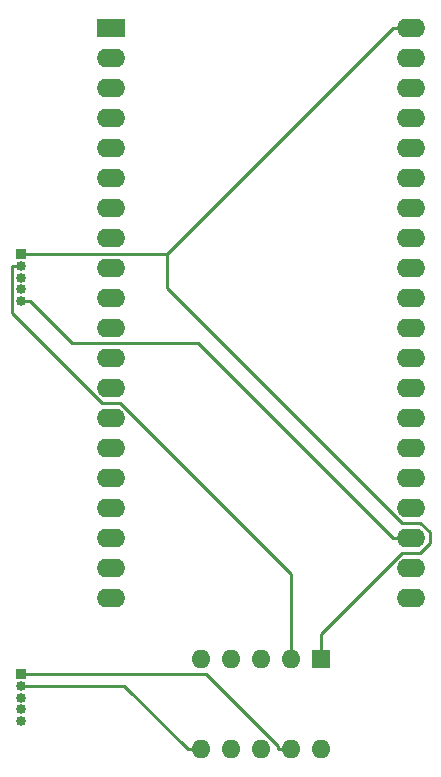
<source format=gbr>
%TF.GenerationSoftware,KiCad,Pcbnew,6.0.11+dfsg-1*%
%TF.CreationDate,2024-04-24T13:50:53-06:00*%
%TF.ProjectId,kicad-project-2,6b696361-642d-4707-926f-6a6563742d32,rev?*%
%TF.SameCoordinates,Original*%
%TF.FileFunction,Copper,L2,Bot*%
%TF.FilePolarity,Positive*%
%FSLAX46Y46*%
G04 Gerber Fmt 4.6, Leading zero omitted, Abs format (unit mm)*
G04 Created by KiCad (PCBNEW 6.0.11+dfsg-1) date 2024-04-24 13:50:53*
%MOMM*%
%LPD*%
G01*
G04 APERTURE LIST*
%TA.AperFunction,ComponentPad*%
%ADD10R,2.400000X1.600000*%
%TD*%
%TA.AperFunction,ComponentPad*%
%ADD11O,2.400000X1.600000*%
%TD*%
%TA.AperFunction,ComponentPad*%
%ADD12R,0.850000X0.850000*%
%TD*%
%TA.AperFunction,ComponentPad*%
%ADD13O,0.850000X0.850000*%
%TD*%
%TA.AperFunction,ComponentPad*%
%ADD14R,1.600000X1.600000*%
%TD*%
%TA.AperFunction,ComponentPad*%
%ADD15O,1.600000X1.600000*%
%TD*%
%TA.AperFunction,Conductor*%
%ADD16C,0.250000*%
%TD*%
G04 APERTURE END LIST*
D10*
%TO.P,U1,1,GPIO0*%
%TO.N,unconnected-(U1-Pad1)*%
X106690000Y-57070000D03*
D11*
%TO.P,U1,2,GPIO1*%
%TO.N,unconnected-(U1-Pad2)*%
X106690000Y-59610000D03*
%TO.P,U1,3,GND*%
%TO.N,unconnected-(U1-Pad3)*%
X106690000Y-62150000D03*
%TO.P,U1,4,GPIO2*%
%TO.N,unconnected-(U1-Pad4)*%
X106690000Y-64690000D03*
%TO.P,U1,5,GPIO3*%
%TO.N,unconnected-(U1-Pad5)*%
X106690000Y-67230000D03*
%TO.P,U1,6,GPIO4*%
%TO.N,Net-(U1-Pad6)*%
X106690000Y-69770000D03*
%TO.P,U1,7,GPIO5*%
%TO.N,unconnected-(U1-Pad7)*%
X106690000Y-72310000D03*
%TO.P,U1,8,GND*%
%TO.N,unconnected-(U1-Pad8)*%
X106690000Y-74850000D03*
%TO.P,U1,9,GPIO6*%
%TO.N,unconnected-(U1-Pad9)*%
X106690000Y-77390000D03*
%TO.P,U1,10,GPIO7*%
%TO.N,Net-(U1-Pad10)*%
X106690000Y-79930000D03*
%TO.P,U1,11,GPIO8*%
%TO.N,unconnected-(U1-Pad11)*%
X106690000Y-82470000D03*
%TO.P,U1,12,GPIO9*%
%TO.N,unconnected-(U1-Pad12)*%
X106690000Y-85010000D03*
%TO.P,U1,13,GND*%
%TO.N,unconnected-(U1-Pad13)*%
X106690000Y-87550000D03*
%TO.P,U1,14,GPIO10*%
%TO.N,unconnected-(U1-Pad14)*%
X106690000Y-90090000D03*
%TO.P,U1,15,GPIO11*%
%TO.N,unconnected-(U1-Pad15)*%
X106690000Y-92630000D03*
%TO.P,U1,16,GPIO12*%
%TO.N,unconnected-(U1-Pad16)*%
X106690000Y-95170000D03*
%TO.P,U1,17,GPIO13*%
%TO.N,unconnected-(U1-Pad17)*%
X106690000Y-97710000D03*
%TO.P,U1,18,GND*%
%TO.N,Net-(J3-Pad3)*%
X106690000Y-100250000D03*
%TO.P,U1,19,GPIO14*%
%TO.N,unconnected-(U1-Pad19)*%
X106690000Y-102790000D03*
%TO.P,U1,20,GPIO15*%
%TO.N,unconnected-(U1-Pad20)*%
X106690000Y-105330000D03*
%TO.P,U1,21,GPIO16*%
%TO.N,unconnected-(U1-Pad21)*%
X132090000Y-105330000D03*
%TO.P,U1,22,GPIO17*%
%TO.N,unconnected-(U1-Pad22)*%
X132090000Y-102790000D03*
%TO.P,U1,23,GND*%
%TO.N,Net-(J2-Pad5)*%
X132090000Y-100250000D03*
%TO.P,U1,24,GPIO18*%
%TO.N,unconnected-(U1-Pad24)*%
X132090000Y-97710000D03*
%TO.P,U1,25,GPIO19*%
%TO.N,unconnected-(U1-Pad25)*%
X132090000Y-95170000D03*
%TO.P,U1,26,GPIO20*%
%TO.N,unconnected-(U1-Pad26)*%
X132090000Y-92630000D03*
%TO.P,U1,27,GPIO21*%
%TO.N,unconnected-(U1-Pad27)*%
X132090000Y-90090000D03*
%TO.P,U1,28,GND*%
%TO.N,unconnected-(U1-Pad28)*%
X132090000Y-87550000D03*
%TO.P,U1,29,GPIO22*%
%TO.N,unconnected-(U1-Pad29)*%
X132090000Y-85010000D03*
%TO.P,U1,30,RUN*%
%TO.N,unconnected-(U1-Pad30)*%
X132090000Y-82470000D03*
%TO.P,U1,31,GPIO26_ADC0*%
%TO.N,unconnected-(U1-Pad31)*%
X132090000Y-79930000D03*
%TO.P,U1,32,GPIO27_ADC1*%
%TO.N,unconnected-(U1-Pad32)*%
X132090000Y-77390000D03*
%TO.P,U1,33,AGND*%
%TO.N,unconnected-(U1-Pad33)*%
X132090000Y-74850000D03*
%TO.P,U1,34,GPIO28_ADC2*%
%TO.N,unconnected-(U1-Pad34)*%
X132090000Y-72310000D03*
%TO.P,U1,35,ADC_VREF*%
%TO.N,unconnected-(U1-Pad35)*%
X132090000Y-69770000D03*
%TO.P,U1,36,3V3*%
%TO.N,Net-(U1-Pad36)*%
X132090000Y-67230000D03*
%TO.P,U1,37,3V3_EN*%
%TO.N,unconnected-(U1-Pad37)*%
X132090000Y-64690000D03*
%TO.P,U1,38,GND*%
%TO.N,unconnected-(U1-Pad38)*%
X132090000Y-62150000D03*
%TO.P,U1,39,VSYS*%
%TO.N,unconnected-(U1-Pad39)*%
X132090000Y-59610000D03*
%TO.P,U1,40,VBUS*%
%TO.N,Net-(J2-Pad1)*%
X132090000Y-57070000D03*
%TD*%
D12*
%TO.P,J2,1,Pin_1*%
%TO.N,Net-(J2-Pad1)*%
X99060000Y-76200000D03*
D13*
%TO.P,J2,2,Pin_2*%
%TO.N,Net-(J2-Pad2)*%
X99060000Y-77200000D03*
%TO.P,J2,3,Pin_3*%
%TO.N,Net-(J2-Pad3)*%
X99060000Y-78200000D03*
%TO.P,J2,4,Pin_4*%
%TO.N,unconnected-(J2-Pad4)*%
X99060000Y-79200000D03*
%TO.P,J2,5,Pin_5*%
%TO.N,Net-(J2-Pad5)*%
X99060000Y-80200000D03*
%TD*%
D12*
%TO.P,J3,1,Pin_1*%
%TO.N,Net-(U1-Pad6)*%
X99060000Y-111760000D03*
D13*
%TO.P,J3,2,Pin_2*%
%TO.N,Net-(U1-Pad10)*%
X99060000Y-112760000D03*
%TO.P,J3,3,Pin_3*%
%TO.N,Net-(J3-Pad3)*%
X99060000Y-113760000D03*
%TO.P,J3,4,Pin_4*%
%TO.N,unconnected-(J3-Pad4)*%
X99060000Y-114760000D03*
%TO.P,J3,5,Pin_5*%
%TO.N,unconnected-(J3-Pad5)*%
X99060000Y-115760000D03*
%TD*%
D14*
%TO.P,U2,1,HV*%
%TO.N,Net-(J2-Pad1)*%
X124455000Y-110500000D03*
D15*
%TO.P,U2,2,H1*%
%TO.N,Net-(J2-Pad2)*%
X121915000Y-110500000D03*
%TO.P,U2,3,H2*%
%TO.N,unconnected-(U2-Pad3)*%
X119375000Y-110500000D03*
%TO.P,U2,4,H3*%
%TO.N,unconnected-(U2-Pad4)*%
X116835000Y-110500000D03*
%TO.P,U2,5,H4*%
%TO.N,Net-(J2-Pad3)*%
X114295000Y-110500000D03*
%TO.P,U2,6,L4*%
%TO.N,Net-(U1-Pad10)*%
X114295000Y-118120000D03*
%TO.P,U2,7,L3*%
%TO.N,unconnected-(U2-Pad7)*%
X116835000Y-118120000D03*
%TO.P,U2,8,L2*%
%TO.N,unconnected-(U2-Pad8)*%
X119375000Y-118120000D03*
%TO.P,U2,9,L1*%
%TO.N,Net-(U1-Pad6)*%
X121915000Y-118120000D03*
%TO.P,U2,10,LV*%
%TO.N,Net-(U1-Pad36)*%
X124455000Y-118120000D03*
%TD*%
D16*
%TO.N,Net-(U1-Pad10)*%
X113168000Y-118120000D02*
X114295000Y-118120000D01*
X107808000Y-112760000D02*
X113168000Y-118120000D01*
X99060000Y-112760000D02*
X107808000Y-112760000D01*
%TO.N,Net-(U1-Pad6)*%
X114710000Y-111760000D02*
X99060000Y-111760000D01*
X120788000Y-117838000D02*
X114710000Y-111760000D01*
X120788000Y-118120000D02*
X120788000Y-117838000D01*
X121915000Y-118120000D02*
X120788000Y-118120000D01*
%TO.N,Net-(J2-Pad5)*%
X99811900Y-80200000D02*
X99060000Y-80200000D01*
X103352000Y-83740000D02*
X99811900Y-80200000D01*
X114053000Y-83740000D02*
X103352000Y-83740000D01*
X130563000Y-100250000D02*
X114053000Y-83740000D01*
X132090000Y-100250000D02*
X130563000Y-100250000D01*
%TO.N,Net-(J2-Pad2)*%
X121915000Y-103320000D02*
X121915000Y-110500000D01*
X107415000Y-88820000D02*
X121915000Y-103320000D01*
X105964000Y-88820000D02*
X107415000Y-88820000D01*
X98308100Y-81164600D02*
X105964000Y-88820000D01*
X98308100Y-77200000D02*
X98308100Y-81164600D01*
X99060000Y-77200000D02*
X98308100Y-77200000D01*
%TO.N,Net-(J2-Pad1)*%
X99060000Y-76200000D02*
X111433000Y-76200000D01*
X124455000Y-108409000D02*
X124455000Y-110500000D01*
X131344000Y-101520000D02*
X124455000Y-108409000D01*
X132832000Y-101520000D02*
X131344000Y-101520000D01*
X133662000Y-100690000D02*
X132832000Y-101520000D01*
X133662000Y-99758600D02*
X133662000Y-100690000D01*
X132883000Y-98980000D02*
X133662000Y-99758600D01*
X131332000Y-98980000D02*
X132883000Y-98980000D01*
X111433000Y-79081100D02*
X131332000Y-98980000D01*
X111433000Y-76200000D02*
X111433000Y-79081100D01*
X130563000Y-57070000D02*
X111433000Y-76200000D01*
X132090000Y-57070000D02*
X130563000Y-57070000D01*
%TD*%
M02*

</source>
